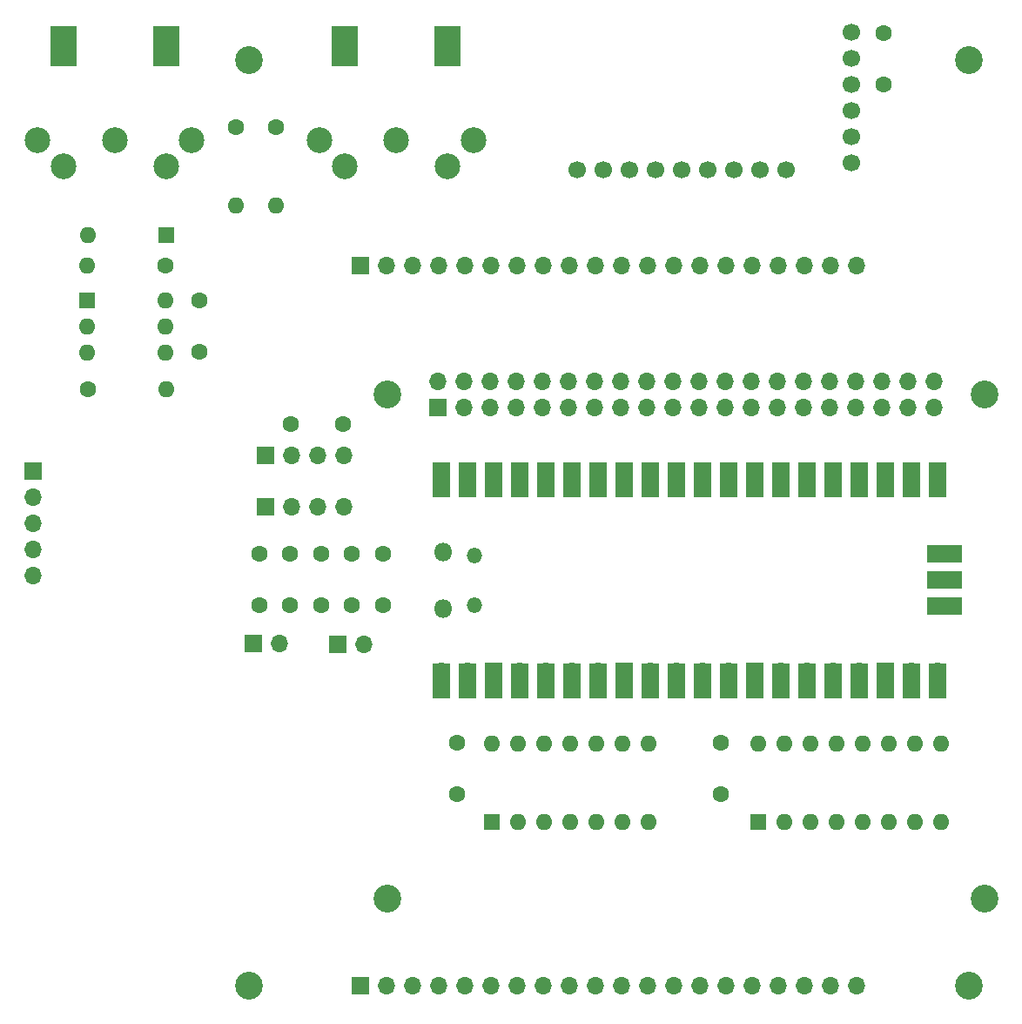
<source format=gts>
G04 #@! TF.GenerationSoftware,KiCad,Pcbnew,(6.0.5)*
G04 #@! TF.CreationDate,2022-12-29T14:07:14+00:00*
G04 #@! TF.ProjectId,PicoTX816-RPiHat,5069636f-5458-4383-9136-2d5250694861,rev?*
G04 #@! TF.SameCoordinates,Original*
G04 #@! TF.FileFunction,Soldermask,Top*
G04 #@! TF.FilePolarity,Negative*
%FSLAX46Y46*%
G04 Gerber Fmt 4.6, Leading zero omitted, Abs format (unit mm)*
G04 Created by KiCad (PCBNEW (6.0.5)) date 2022-12-29 14:07:14*
%MOMM*%
%LPD*%
G01*
G04 APERTURE LIST*
%ADD10C,2.700000*%
%ADD11R,1.700000X1.700000*%
%ADD12O,1.700000X1.700000*%
%ADD13C,1.600000*%
%ADD14R,1.600000X1.600000*%
%ADD15O,1.600000X1.600000*%
%ADD16O,1.500000X1.500000*%
%ADD17O,1.800000X1.800000*%
%ADD18R,1.700000X3.500000*%
%ADD19R,3.500000X1.700000*%
%ADD20C,1.700000*%
%ADD21R,2.500000X4.000000*%
%ADD22C,2.499360*%
G04 APERTURE END LIST*
D10*
X203500000Y-97500000D03*
X261500000Y-97500000D03*
X203500000Y-146500000D03*
X261500000Y-146500000D03*
D11*
X198625000Y-121775000D03*
D12*
X201165000Y-121775000D03*
D13*
X185150000Y-93390000D03*
X185150000Y-88390000D03*
D14*
X213645000Y-139070000D03*
D15*
X216185000Y-139070000D03*
X218725000Y-139070000D03*
X221265000Y-139070000D03*
X223805000Y-139070000D03*
X226345000Y-139070000D03*
X228885000Y-139070000D03*
X228885000Y-131450000D03*
X226345000Y-131450000D03*
X223805000Y-131450000D03*
X221265000Y-131450000D03*
X218725000Y-131450000D03*
X216185000Y-131450000D03*
X213645000Y-131450000D03*
D13*
X200000000Y-113000000D03*
X200000000Y-118000000D03*
X197000000Y-113000000D03*
X197000000Y-118000000D03*
X194100000Y-100375000D03*
X199100000Y-100375000D03*
X203000000Y-118000000D03*
X203000000Y-113000000D03*
D11*
X200870000Y-85000000D03*
D12*
X203410000Y-85000000D03*
X205950000Y-85000000D03*
X208490000Y-85000000D03*
X211030000Y-85000000D03*
X213570000Y-85000000D03*
X216110000Y-85000000D03*
X218650000Y-85000000D03*
X221190000Y-85000000D03*
X223730000Y-85000000D03*
X226270000Y-85000000D03*
X228810000Y-85000000D03*
X231350000Y-85000000D03*
X233890000Y-85000000D03*
X236430000Y-85000000D03*
X238970000Y-85000000D03*
X241510000Y-85000000D03*
X244050000Y-85000000D03*
X246590000Y-85000000D03*
X249130000Y-85000000D03*
D10*
X190000000Y-65000000D03*
D13*
X191000000Y-118000000D03*
X191000000Y-113000000D03*
D11*
X191575000Y-103435000D03*
D12*
X194115000Y-103435000D03*
X196655000Y-103435000D03*
X199195000Y-103435000D03*
D13*
X181900000Y-84980000D03*
D15*
X174280000Y-84980000D03*
D14*
X174280000Y-88350000D03*
D15*
X174280000Y-90890000D03*
X174280000Y-93430000D03*
X181900000Y-93430000D03*
X181900000Y-90890000D03*
X181900000Y-88350000D03*
D14*
X181930000Y-81990000D03*
D15*
X174310000Y-81990000D03*
D14*
X239495000Y-139040000D03*
D15*
X242035000Y-139040000D03*
X244575000Y-139040000D03*
X247115000Y-139040000D03*
X249655000Y-139040000D03*
X252195000Y-139040000D03*
X254735000Y-139040000D03*
X257275000Y-139040000D03*
X257275000Y-131420000D03*
X254735000Y-131420000D03*
X252195000Y-131420000D03*
X249655000Y-131420000D03*
X247115000Y-131420000D03*
X244575000Y-131420000D03*
X242035000Y-131420000D03*
X239495000Y-131420000D03*
D16*
X211890000Y-113145000D03*
D17*
X208860000Y-118295000D03*
D16*
X211890000Y-117995000D03*
D17*
X208860000Y-112845000D03*
D18*
X208730000Y-125360000D03*
D12*
X208730000Y-124460000D03*
X211270000Y-124460000D03*
D18*
X211270000Y-125360000D03*
D11*
X213810000Y-124460000D03*
D18*
X213810000Y-125360000D03*
D12*
X216350000Y-124460000D03*
D18*
X216350000Y-125360000D03*
D12*
X218890000Y-124460000D03*
D18*
X218890000Y-125360000D03*
D12*
X221430000Y-124460000D03*
D18*
X221430000Y-125360000D03*
D12*
X223970000Y-124460000D03*
D18*
X223970000Y-125360000D03*
X226510000Y-125360000D03*
D11*
X226510000Y-124460000D03*
D12*
X229050000Y-124460000D03*
D18*
X229050000Y-125360000D03*
D12*
X231590000Y-124460000D03*
D18*
X231590000Y-125360000D03*
D12*
X234130000Y-124460000D03*
D18*
X234130000Y-125360000D03*
X236670000Y-125360000D03*
D12*
X236670000Y-124460000D03*
D18*
X239210000Y-125360000D03*
D11*
X239210000Y-124460000D03*
D12*
X241750000Y-124460000D03*
D18*
X241750000Y-125360000D03*
D12*
X244290000Y-124460000D03*
D18*
X244290000Y-125360000D03*
D12*
X246830000Y-124460000D03*
D18*
X246830000Y-125360000D03*
D12*
X249370000Y-124460000D03*
D18*
X249370000Y-125360000D03*
X251910000Y-125360000D03*
D11*
X251910000Y-124460000D03*
D18*
X254450000Y-125360000D03*
D12*
X254450000Y-124460000D03*
X256990000Y-124460000D03*
D18*
X256990000Y-125360000D03*
X256990000Y-105780000D03*
D12*
X256990000Y-106680000D03*
X254450000Y-106680000D03*
D18*
X254450000Y-105780000D03*
D11*
X251910000Y-106680000D03*
D18*
X251910000Y-105780000D03*
D12*
X249370000Y-106680000D03*
D18*
X249370000Y-105780000D03*
X246830000Y-105780000D03*
D12*
X246830000Y-106680000D03*
X244290000Y-106680000D03*
D18*
X244290000Y-105780000D03*
X241750000Y-105780000D03*
D12*
X241750000Y-106680000D03*
D11*
X239210000Y-106680000D03*
D18*
X239210000Y-105780000D03*
D12*
X236670000Y-106680000D03*
D18*
X236670000Y-105780000D03*
D12*
X234130000Y-106680000D03*
D18*
X234130000Y-105780000D03*
X231590000Y-105780000D03*
D12*
X231590000Y-106680000D03*
D18*
X229050000Y-105780000D03*
D12*
X229050000Y-106680000D03*
D11*
X226510000Y-106680000D03*
D18*
X226510000Y-105780000D03*
D12*
X223970000Y-106680000D03*
D18*
X223970000Y-105780000D03*
X221430000Y-105780000D03*
D12*
X221430000Y-106680000D03*
D18*
X218890000Y-105780000D03*
D12*
X218890000Y-106680000D03*
X216350000Y-106680000D03*
D18*
X216350000Y-105780000D03*
X213810000Y-105780000D03*
D11*
X213810000Y-106680000D03*
D12*
X211270000Y-106680000D03*
D18*
X211270000Y-105780000D03*
D12*
X208730000Y-106680000D03*
D18*
X208730000Y-105780000D03*
D19*
X257660000Y-118110000D03*
D12*
X256760000Y-118110000D03*
D19*
X257660000Y-115570000D03*
D11*
X256760000Y-115570000D03*
D19*
X257660000Y-113030000D03*
D12*
X256760000Y-113030000D03*
D13*
X174340000Y-97040000D03*
D15*
X181960000Y-97040000D03*
D10*
X190000000Y-155000000D03*
D11*
X190435000Y-121700000D03*
D12*
X192975000Y-121700000D03*
D11*
X191575000Y-108425000D03*
D12*
X194115000Y-108425000D03*
X196655000Y-108425000D03*
X199195000Y-108425000D03*
D10*
X260000000Y-155000000D03*
D11*
X169000000Y-105000000D03*
D12*
X169000000Y-107540000D03*
X169000000Y-110080000D03*
X169000000Y-112620000D03*
X169000000Y-115160000D03*
D13*
X192610000Y-71480000D03*
D15*
X192610000Y-79100000D03*
D13*
X210230000Y-131410000D03*
X210230000Y-136410000D03*
D11*
X200870000Y-155000000D03*
D12*
X203410000Y-155000000D03*
X205950000Y-155000000D03*
X208490000Y-155000000D03*
X211030000Y-155000000D03*
X213570000Y-155000000D03*
X216110000Y-155000000D03*
X218650000Y-155000000D03*
X221190000Y-155000000D03*
X223730000Y-155000000D03*
X226270000Y-155000000D03*
X228810000Y-155000000D03*
X231350000Y-155000000D03*
X233890000Y-155000000D03*
X236430000Y-155000000D03*
X238970000Y-155000000D03*
X241510000Y-155000000D03*
X244050000Y-155000000D03*
X246590000Y-155000000D03*
X249130000Y-155000000D03*
D13*
X251710000Y-67360000D03*
X251710000Y-62360000D03*
X235880000Y-136380000D03*
X235880000Y-131380000D03*
D20*
X248555000Y-75020000D03*
X248555000Y-72480000D03*
X248555000Y-69940000D03*
X248555000Y-67400000D03*
X248555000Y-64860000D03*
X248555000Y-62320000D03*
X221885000Y-75655000D03*
X224425000Y-75655000D03*
X226965000Y-75655000D03*
X229505000Y-75655000D03*
X232045000Y-75655000D03*
X234585000Y-75655000D03*
X237125000Y-75655000D03*
X239665000Y-75655000D03*
X242205000Y-75655000D03*
D13*
X188730000Y-71550000D03*
D15*
X188730000Y-79170000D03*
D13*
X194000000Y-113000000D03*
X194000000Y-118000000D03*
D10*
X260000000Y-65000000D03*
D11*
X208370000Y-98770000D03*
D12*
X208370000Y-96230000D03*
X210910000Y-98770000D03*
X210910000Y-96230000D03*
X213450000Y-98770000D03*
X213450000Y-96230000D03*
X215990000Y-98770000D03*
X215990000Y-96230000D03*
X218530000Y-98770000D03*
X218530000Y-96230000D03*
X221070000Y-98770000D03*
X221070000Y-96230000D03*
X223610000Y-98770000D03*
X223610000Y-96230000D03*
X226150000Y-98770000D03*
X226150000Y-96230000D03*
X228690000Y-98770000D03*
X228690000Y-96230000D03*
X231230000Y-98770000D03*
X231230000Y-96230000D03*
X233770000Y-98770000D03*
X233770000Y-96230000D03*
X236310000Y-98770000D03*
X236310000Y-96230000D03*
X238850000Y-98770000D03*
X238850000Y-96230000D03*
X241390000Y-98770000D03*
X241390000Y-96230000D03*
X243930000Y-98770000D03*
X243930000Y-96230000D03*
X246470000Y-98770000D03*
X246470000Y-96230000D03*
X249010000Y-98770000D03*
X249010000Y-96230000D03*
X251550000Y-98770000D03*
X251550000Y-96230000D03*
X254090000Y-98770000D03*
X254090000Y-96230000D03*
X256630000Y-98770000D03*
X256630000Y-96230000D03*
D21*
X199338740Y-63622300D03*
X209341260Y-63622300D03*
D22*
X211838080Y-72817200D03*
X204340000Y-72819740D03*
X196841920Y-72817200D03*
X209336180Y-75319100D03*
X199343820Y-75319100D03*
D21*
X181931260Y-63622300D03*
X171928740Y-63622300D03*
D22*
X184428080Y-72817200D03*
X176930000Y-72819740D03*
X169431920Y-72817200D03*
X181926180Y-75319100D03*
X171933820Y-75319100D03*
M02*

</source>
